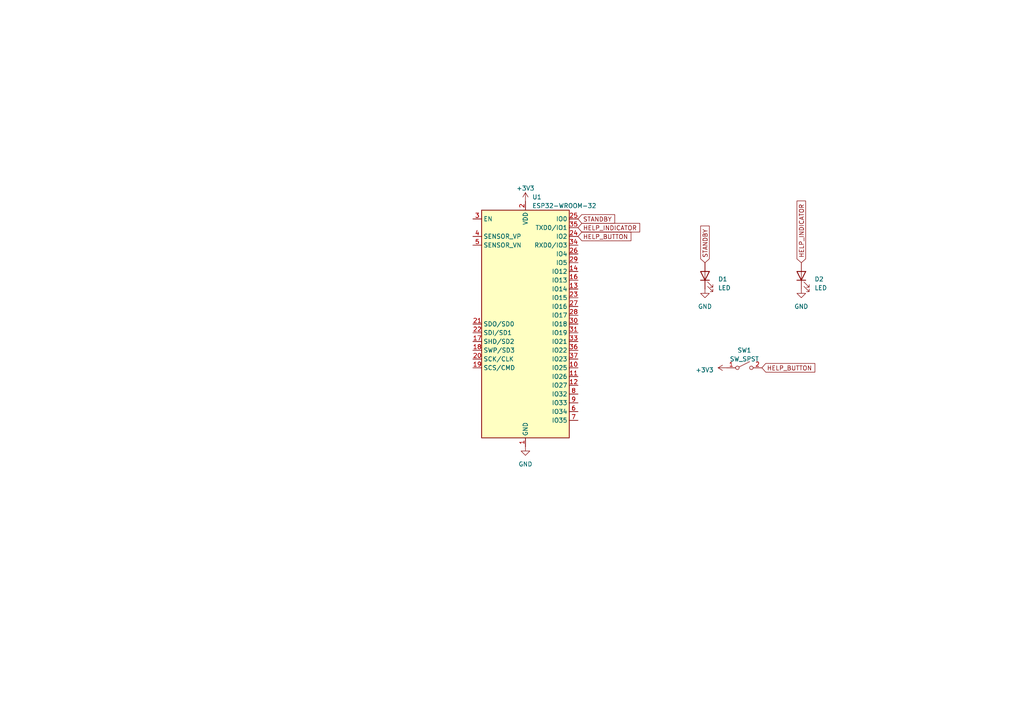
<source format=kicad_sch>
(kicad_sch (version 20230121) (generator eeschema)
  (paper "A4")
  (lib_symbols
    (symbol "Device:LED" (pin_numbers hide) (pin_names (offset 1.016) hide)
      (property "Reference" "D" (at 0 2.54 0))
      (property "Value" "LED" (at 0 -2.54 0))
      (symbol "LED_0_1"
        (polyline (pts (xy -1.27 -1.27) (xy -1.27 1.27)) (stroke (width 0.254)))
        (polyline (pts (xy -1.27 0) (xy 1.27 0)))
        (polyline (pts (xy 1.27 -1.27) (xy 1.27 1.27) (xy -1.27 0) (xy 1.27 -1.27)) (stroke (width 0.254)))
        (polyline (pts (xy -3.048 -0.762) (xy -4.572 -2.286) (xy -3.81 -2.286) (xy -4.572 -2.286) (xy -4.572 -1.524)))
        (polyline (pts (xy -1.778 -0.762) (xy -3.302 -2.286) (xy -2.54 -2.286) (xy -3.302 -2.286) (xy -3.302 -1.524)))
      )
      (symbol "LED_1_1"
        (pin passive line (at -3.81 0 0) (length 2.54) (name "K") (number "1"))
        (pin passive line (at 3.81 0 180) (length 2.54) (name "A") (number "2"))
      )
    )
    (symbol "RF_Module:ESP32-WROOM-32"
      (property "Reference" "U" (at -12.7 34.29 0))
      (property "Value" "ESP32-WROOM-32" (at 1.27 34.29 0))
      (symbol "ESP32-WROOM-32_0_1"
        (rectangle (start -12.7 33.02) (end 12.7 -33.02) (stroke (width 0.254)) (fill (type background)))
      )
      (symbol "ESP32-WROOM-32_1_1"
        (pin power_in line (at 0 -35.56 90) (length 2.54) (name "GND") (number "1"))
        (pin bidirectional line (at 15.24 -12.7 180) (length 2.54) (name "IO25") (number "10"))
        (pin bidirectional line (at 15.24 -15.24 180) (length 2.54) (name "IO26") (number "11"))
        (pin bidirectional line (at 15.24 -17.78 180) (length 2.54) (name "IO27") (number "12"))
        (pin bidirectional line (at 15.24 10.16 180) (length 2.54) (name "IO14") (number "13"))
        (pin bidirectional line (at 15.24 15.24 180) (length 2.54) (name "IO12") (number "14"))
        (pin passive line (at 0 -35.56 90) (length 2.54) hide (name "GND") (number "15"))
        (pin bidirectional line (at 15.24 12.7 180) (length 2.54) (name "IO13") (number "16"))
        (pin bidirectional line (at -15.24 -5.08 0) (length 2.54) (name "SHD/SD2") (number "17"))
        (pin bidirectional line (at -15.24 -7.62 0) (length 2.54) (name "SWP/SD3") (number "18"))
        (pin bidirectional line (at -15.24 -12.7 0) (length 2.54) (name "SCS/CMD") (number "19"))
        (pin power_in line (at 0 35.56 270) (length 2.54) (name "VDD") (number "2"))
        (pin bidirectional line (at -15.24 -10.16 0) (length 2.54) (name "SCK/CLK") (number "20"))
        (pin bidirectional line (at -15.24 0 0) (length 2.54) (name "SDO/SD0") (number "21"))
        (pin bidirectional line (at -15.24 -2.54 0) (length 2.54) (name "SDI/SD1") (number "22"))
        (pin bidirectional line (at 15.24 7.62 180) (length 2.54) (name "IO15") (number "23"))
        (pin bidirectional line (at 15.24 25.4 180) (length 2.54) (name "IO2") (number "24"))
        (pin bidirectional line (at 15.24 30.48 180) (length 2.54) (name "IO0") (number "25"))
        (pin bidirectional line (at 15.24 20.32 180) (length 2.54) (name "IO4") (number "26"))
        (pin bidirectional line (at 15.24 5.08 180) (length 2.54) (name "IO16") (number "27"))
        (pin bidirectional line (at 15.24 2.54 180) (length 2.54) (name "IO17") (number "28"))
        (pin bidirectional line (at 15.24 17.78 180) (length 2.54) (name "IO5") (number "29"))
        (pin input line (at -15.24 30.48 0) (length 2.54) (name "EN") (number "3"))
        (pin bidirectional line (at 15.24 0 180) (length 2.54) (name "IO18") (number "30"))
        (pin bidirectional line (at 15.24 -2.54 180) (length 2.54) (name "IO19") (number "31"))
        (pin no_connect line (at -12.7 -27.94 0) (length 2.54) hide (name "NC") (number "32"))
        (pin bidirectional line (at 15.24 -5.08 180) (length 2.54) (name "IO21") (number "33"))
        (pin bidirectional line (at 15.24 22.86 180) (length 2.54) (name "RXD0/IO3") (number "34"))
        (pin bidirectional line (at 15.24 27.94 180) (length 2.54) (name "TXD0/IO1") (number "35"))
        (pin bidirectional line (at 15.24 -7.62 180) (length 2.54) (name "IO22") (number "36"))
        (pin bidirectional line (at 15.24 -10.16 180) (length 2.54) (name "IO23") (number "37"))
        (pin passive line (at 0 -35.56 90) (length 2.54) hide (name "GND") (number "38"))
        (pin passive line (at 0 -35.56 90) (length 2.54) hide (name "GND") (number "39"))
        (pin input line (at -15.24 25.4 0) (length 2.54) (name "SENSOR_VP") (number "4"))
        (pin input line (at -15.24 22.86 0) (length 2.54) (name "SENSOR_VN") (number "5"))
        (pin input line (at 15.24 -25.4 180) (length 2.54) (name "IO34") (number "6"))
        (pin input line (at 15.24 -27.94 180) (length 2.54) (name "IO35") (number "7"))
        (pin bidirectional line (at 15.24 -20.32 180) (length 2.54) (name "IO32") (number "8"))
        (pin bidirectional line (at 15.24 -22.86 180) (length 2.54) (name "IO33") (number "9"))
      )
    )
    (symbol "Switch:SW_SPST" (pin_names (offset 0) hide)
      (property "Reference" "SW" (at 0 3.175 0))
      (property "Value" "SW_SPST" (at 0 -2.54 0))
      (symbol "SW_SPST_0_0"
        (circle (center -2.032 0) (radius 0.508))
        (polyline (pts (xy -1.524 0.254) (xy 1.524 1.778)))
        (circle (center 2.032 0) (radius 0.508))
      )
      (symbol "SW_SPST_1_1"
        (pin passive line (at -5.08 0 0) (length 2.54) (name "A") (number "1"))
        (pin passive line (at 5.08 0 180) (length 2.54) (name "B") (number "2"))
      )
    )
    (symbol "power:+3V3" (power) (pin_names (offset 0))
      (property "Value" "+3V3" (at 0 3.556 0))
      (symbol "+3V3_0_1"
        (polyline (pts (xy -0.762 1.27) (xy 0 2.54)))
        (polyline (pts (xy 0 0) (xy 0 2.54)))
        (polyline (pts (xy 0 2.54) (xy 0.762 1.27)))
      )
      (symbol "+3V3_1_1"
        (pin power_in line (at 0 0 90) (length 0) hide (name "+3V3") (number "1"))
      )
    )
    (symbol "power:GND" (power) (pin_names (offset 0))
      (property "Value" "GND" (at 0 -3.81 0))
      (symbol "GND_0_1"
        (polyline (pts (xy 0 0) (xy 0 -1.27) (xy 1.27 -1.27) (xy 0 -2.54) (xy -1.27 -1.27) (xy 0 -1.27)))
      )
      (symbol "GND_1_1"
        (pin power_in line (at 0 0 270) (length 0) hide (name "GND") (number "1"))
      )
    )
  )
  (global_label "STANDBY" (shape input) (at 167.64 63.5 0) (property "Intersheetrefs" "${INTERSHEET_REFS}" (effects hide)))
  (global_label "HELP_INDICATOR" (shape input) (at 167.64 66.04 0) (property "Intersheetrefs" "${INTERSHEET_REFS}" (effects hide)))
  (global_label "STANDBY" (shape input) (at 204.47 76.2 90) (property "Intersheetrefs" "${INTERSHEET_REFS}" (effects hide)))
  (global_label "HELP_BUTTON" (shape input) (at 167.64 68.58 0) (property "Intersheetrefs" "${INTERSHEET_REFS}" (effects hide)))
  (global_label "HELP_BUTTON" (shape input) (at 220.98 106.68 0) (property "Intersheetrefs" "${INTERSHEET_REFS}" (effects hide)))
  (global_label "HELP_INDICATOR" (shape input) (at 232.41 76.2 90) (property "Intersheetrefs" "${INTERSHEET_REFS}" (effects hide)))
  (symbol (lib_id "power:+3V3") (at 210.82 106.68 90) (unit 1)
    (property "Reference" "#PWR05" (effects hide))
    (property "Value" "+3V3" (at 207.01 107.315 90) (effects (justify left)))
  )
  (symbol (lib_id "power:GND") (at 232.41 83.82 0) (unit 1)
    (property "Reference" "#PWR04" (effects hide))
    (property "Value" "GND" (at 232.41 88.9 0))
  )
  (symbol (lib_id "power:+3V3") (at 152.4 58.42 0) (unit 1)
    (property "Reference" "#PWR01" (effects hide))
    (property "Value" "+3V3" (at 152.4 54.61 0))
  )
  (symbol (lib_id "power:GND") (at 152.4 129.54 0) (unit 1)
    (property "Reference" "#PWR02" (effects hide))
    (property "Value" "GND" (at 152.4 134.62 0))
  )
  (symbol (lib_id "power:GND") (at 204.47 83.82 0) (unit 1)
    (property "Reference" "#PWR03" (effects hide))
    (property "Value" "GND" (at 204.47 88.9 0))
  )
  (symbol (lib_id "Device:LED") (at 204.47 80.01 90) (unit 1)
    (property "Reference" "D1" (at 208.28 80.9625 90) (effects (justify right)))
    (property "Value" "LED" (at 208.28 83.5025 90) (effects (justify right)))
  )
  (symbol (lib_id "Switch:SW_SPST") (at 215.9 106.68 0) (unit 1)
    (property "Reference" "SW1" (at 215.9 101.6 0))
    (property "Value" "SW_SPST" (at 215.9 104.14 0))
  )
  (symbol (lib_id "Device:LED") (at 232.41 80.01 90) (unit 1)
    (property "Reference" "D2" (at 236.22 80.9625 90) (effects (justify right)))
    (property "Value" "LED" (at 236.22 83.5025 90) (effects (justify right)))
  )
  (symbol (lib_id "RF_Module:ESP32-WROOM-32") (at 152.4 93.98 0) (unit 1)
    (property "Reference" "U1" (at 154.3559 57.15 0) (effects (justify left)))
    (property "Value" "ESP32-WROOM-32" (at 154.3559 59.69 0) (effects (justify left)))
    (property "Footprint" "RF_Module:ESP32-WROOM-32" (effects hide))
    (property "Datasheet" "https://www.espressif.com/sites/default/files/documentation/esp32-wroom-32_datasheet_en.pdf" (effects hide))
  )
)
</source>
